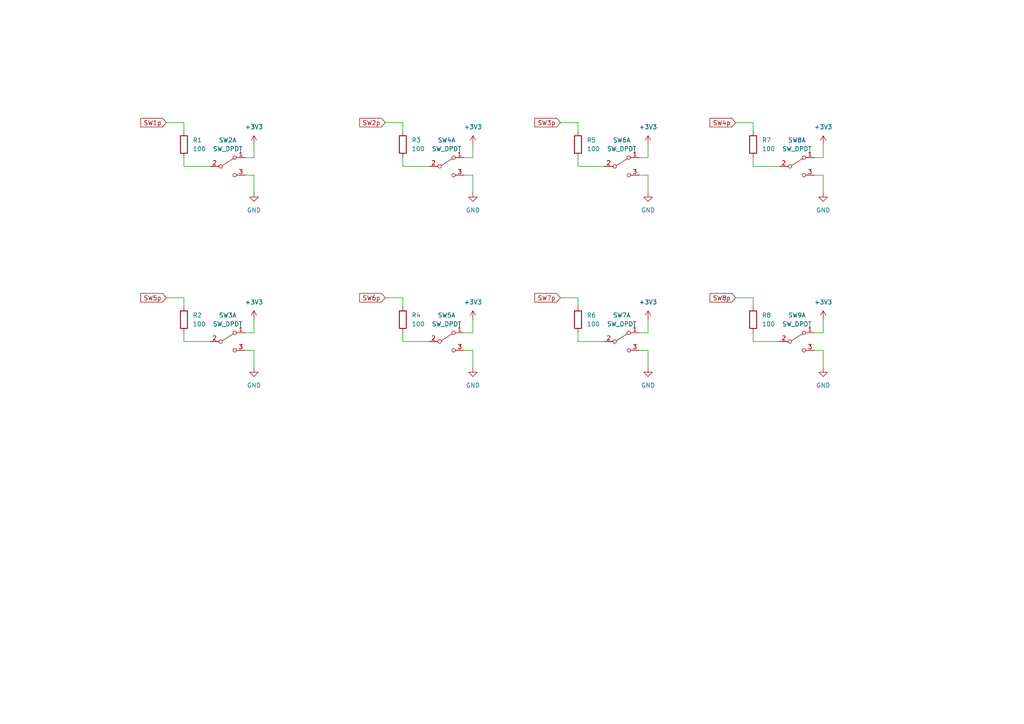
<source format=kicad_sch>
(kicad_sch (version 20211123) (generator eeschema)
  (paper "A4")
  (lib_symbols
    (symbol "Device:R" (pin_numbers hide) (pin_names (offset 0))
      (property "Reference" "R" (at 2.032 0 90))
      (property "Value" "R" (at 0 0 90))
      (symbol "R_0_1"
        (rectangle (start -1.016 -2.54) (end 1.016 2.54) (stroke (width 0.254)))
      )
      (symbol "R_1_1"
        (pin passive line (at 0 3.81 270) (length 1.27) (name "~") (number "1"))
        (pin passive line (at 0 -3.81 90) (length 1.27) (name "~") (number "2"))
      )
    )
    (symbol "Switch:SW_DPDT_x2" (pin_names (offset 0) hide)
      (property "Reference" "SW" (at 0 4.318 0))
      (property "Value" "SW_DPDT_x2" (at 0 -5.08 0))
      (symbol "SW_DPDT_x2_0_0"
        (circle (center -2.032 0) (radius 0.508))
        (circle (center 2.032 -2.54) (radius 0.508))
      )
      (symbol "SW_DPDT_x2_0_1"
        (polyline (pts (xy -1.524 0.254) (xy 1.651 2.286)))
        (circle (center 2.032 2.54) (radius 0.508))
      )
      (symbol "SW_DPDT_x2_1_1"
        (pin passive line (at 5.08 2.54 180) (length 2.54) (name "A") (number "1"))
        (pin passive line (at -5.08 0 0) (length 2.54) (name "B") (number "2"))
        (pin passive line (at 5.08 -2.54 180) (length 2.54) (name "C") (number "3"))
      )
      (symbol "SW_DPDT_x2_2_1"
        (pin passive line (at 5.08 2.54 180) (length 2.54) (name "A") (number "4"))
        (pin passive line (at -5.08 0 0) (length 2.54) (name "B") (number "5"))
        (pin passive line (at 5.08 -2.54 180) (length 2.54) (name "C") (number "6"))
      )
    )
    (symbol "power:+3.3V" (power) (pin_names (offset 0))
      (property "Value" "+3.3V" (at 0 3.556 0))
      (symbol "+3.3V_0_1"
        (polyline (pts (xy -0.762 1.27) (xy 0 2.54)))
        (polyline (pts (xy 0 0) (xy 0 2.54)))
        (polyline (pts (xy 0 2.54) (xy 0.762 1.27)))
      )
      (symbol "+3.3V_1_1"
        (pin power_in line (at 0 0 90) (length 0) hide (name "+3V3") (number "1"))
      )
    )
    (symbol "power:GND" (power) (pin_names (offset 0))
      (property "Value" "GND" (at 0 -3.81 0))
      (symbol "GND_0_1"
        (polyline (pts (xy 0 0) (xy 0 -1.27) (xy 1.27 -1.27) (xy 0 -2.54) (xy -1.27 -1.27) (xy 0 -1.27)))
      )
      (symbol "GND_1_1"
        (pin power_in line (at 0 0 270) (length 0) hide (name "GND") (number "1"))
      )
    )
  )
  (wire (pts (xy 187.96 45.72) (xy 187.96 41.91)))
  (wire (pts (xy 53.34 96.52) (xy 53.34 99.06)))
  (wire (pts (xy 238.76 50.8) (xy 238.76 55.88)))
  (wire (pts (xy 185.42 50.8) (xy 187.96 50.8)))
  (wire (pts (xy 73.66 45.72) (xy 73.66 41.91)))
  (wire (pts (xy 116.84 35.56) (xy 116.84 38.1)))
  (wire (pts (xy 218.44 86.36) (xy 218.44 88.9)))
  (wire (pts (xy 167.64 45.72) (xy 167.64 48.26)))
  (wire (pts (xy 48.26 86.36) (xy 53.34 86.36)))
  (wire (pts (xy 218.44 96.52) (xy 218.44 99.06)))
  (wire (pts (xy 134.62 96.52) (xy 137.16 96.52)))
  (wire (pts (xy 137.16 45.72) (xy 137.16 41.91)))
  (wire (pts (xy 111.76 86.36) (xy 116.84 86.36)))
  (wire (pts (xy 213.36 35.56) (xy 218.44 35.56)))
  (wire (pts (xy 48.26 35.56) (xy 53.34 35.56)))
  (wire (pts (xy 218.44 48.26) (xy 226.06 48.26)))
  (wire (pts (xy 53.34 48.26) (xy 60.96 48.26)))
  (wire (pts (xy 238.76 45.72) (xy 238.76 41.91)))
  (wire (pts (xy 162.56 35.56) (xy 167.64 35.56)))
  (wire (pts (xy 53.34 35.56) (xy 53.34 38.1)))
  (wire (pts (xy 185.42 101.6) (xy 187.96 101.6)))
  (wire (pts (xy 71.12 50.8) (xy 73.66 50.8)))
  (wire (pts (xy 236.22 50.8) (xy 238.76 50.8)))
  (wire (pts (xy 187.96 50.8) (xy 187.96 55.88)))
  (wire (pts (xy 71.12 96.52) (xy 73.66 96.52)))
  (wire (pts (xy 238.76 96.52) (xy 238.76 92.71)))
  (wire (pts (xy 137.16 96.52) (xy 137.16 92.71)))
  (wire (pts (xy 167.64 35.56) (xy 167.64 38.1)))
  (wire (pts (xy 111.76 35.56) (xy 116.84 35.56)))
  (wire (pts (xy 73.66 101.6) (xy 73.66 106.68)))
  (wire (pts (xy 53.34 86.36) (xy 53.34 88.9)))
  (wire (pts (xy 167.64 96.52) (xy 167.64 99.06)))
  (wire (pts (xy 167.64 99.06) (xy 175.26 99.06)))
  (wire (pts (xy 213.36 86.36) (xy 218.44 86.36)))
  (wire (pts (xy 134.62 45.72) (xy 137.16 45.72)))
  (wire (pts (xy 137.16 50.8) (xy 137.16 55.88)))
  (wire (pts (xy 185.42 45.72) (xy 187.96 45.72)))
  (wire (pts (xy 134.62 50.8) (xy 137.16 50.8)))
  (wire (pts (xy 236.22 101.6) (xy 238.76 101.6)))
  (wire (pts (xy 185.42 96.52) (xy 187.96 96.52)))
  (wire (pts (xy 73.66 50.8) (xy 73.66 55.88)))
  (wire (pts (xy 73.66 96.52) (xy 73.66 92.71)))
  (wire (pts (xy 71.12 45.72) (xy 73.66 45.72)))
  (wire (pts (xy 53.34 45.72) (xy 53.34 48.26)))
  (wire (pts (xy 137.16 101.6) (xy 137.16 106.68)))
  (wire (pts (xy 162.56 86.36) (xy 167.64 86.36)))
  (wire (pts (xy 116.84 45.72) (xy 116.84 48.26)))
  (wire (pts (xy 218.44 45.72) (xy 218.44 48.26)))
  (wire (pts (xy 116.84 86.36) (xy 116.84 88.9)))
  (wire (pts (xy 218.44 35.56) (xy 218.44 38.1)))
  (wire (pts (xy 236.22 96.52) (xy 238.76 96.52)))
  (wire (pts (xy 116.84 99.06) (xy 124.46 99.06)))
  (wire (pts (xy 238.76 101.6) (xy 238.76 106.68)))
  (wire (pts (xy 167.64 86.36) (xy 167.64 88.9)))
  (wire (pts (xy 236.22 45.72) (xy 238.76 45.72)))
  (wire (pts (xy 134.62 101.6) (xy 137.16 101.6)))
  (wire (pts (xy 53.34 99.06) (xy 60.96 99.06)))
  (wire (pts (xy 116.84 96.52) (xy 116.84 99.06)))
  (wire (pts (xy 116.84 48.26) (xy 124.46 48.26)))
  (wire (pts (xy 218.44 99.06) (xy 226.06 99.06)))
  (wire (pts (xy 71.12 101.6) (xy 73.66 101.6)))
  (wire (pts (xy 167.64 48.26) (xy 175.26 48.26)))
  (wire (pts (xy 187.96 101.6) (xy 187.96 106.68)))
  (wire (pts (xy 187.96 96.52) (xy 187.96 92.71)))
  (global_label "SW4p" (shape input) (at 213.36 35.56 180) (property "Intersheet References" "${INTERSHEET_REFS}" (effects hide)))
  (global_label "SW7p" (shape input) (at 162.56 86.36 180) (property "Intersheet References" "${INTERSHEET_REFS}" (effects hide)))
  (global_label "SW8p" (shape input) (at 213.36 86.36 180) (property "Intersheet References" "${INTERSHEET_REFS}" (effects hide)))
  (global_label "SW1p" (shape input) (at 48.26 35.56 180) (property "Intersheet References" "${INTERSHEET_REFS}" (effects hide)))
  (global_label "SW5p" (shape input) (at 48.26 86.36 180) (property "Intersheet References" "${INTERSHEET_REFS}" (effects hide)))
  (global_label "SW6p" (shape input) (at 111.76 86.36 180) (property "Intersheet References" "${INTERSHEET_REFS}" (effects hide)))
  (global_label "SW3p" (shape input) (at 162.56 35.56 180) (property "Intersheet References" "${INTERSHEET_REFS}" (effects hide)))
  (global_label "SW2p" (shape input) (at 111.76 35.56 180) (property "Intersheet References" "${INTERSHEET_REFS}" (effects hide)))
  (symbol (lib_id "Device:R") (at 116.84 92.71 0) (unit 1)
    (property "Reference" "R4" (at 119.38 91.4399 0) (effects (justify left)))
    (property "Value" "100" (at 119.38 93.9799 0) (effects (justify left)))
    (property "Footprint" "Resistor_SMD:R_0805_2012Metric_Pad1.20x1.40mm_HandSolder" (effects hide))
  )
  (symbol (lib_id "Device:R") (at 167.64 92.71 0) (unit 1)
    (property "Reference" "R6" (at 170.18 91.4399 0) (effects (justify left)))
    (property "Value" "100" (at 170.18 93.9799 0) (effects (justify left)))
    (property "Footprint" "Resistor_SMD:R_0805_2012Metric_Pad1.20x1.40mm_HandSolder" (effects hide))
  )
  (symbol (lib_id "power:GND") (at 187.96 106.68 0) (unit 1)
    (property "Reference" "#PWR0141" (effects hide))
    (property "Value" "GND" (at 187.96 111.76 0))
  )
  (symbol (lib_id "Switch:SW_DPDT_x2") (at 180.34 99.06 0) (unit 1)
    (property "Reference" "SW7" (at 180.34 91.44 0))
    (property "Value" "SW_DPDT" (at 180.34 93.98 0))
    (property "Footprint" "Connector_PinSocket_2.54mm:PinSocket_1x03_P2.54mm_Vertical" (effects hide))
  )
  (symbol (lib_id "power:GND") (at 238.76 55.88 0) (unit 1)
    (property "Reference" "#PWR0134" (effects hide))
    (property "Value" "GND" (at 238.76 60.96 0))
  )
  (symbol (lib_id "power:+3.3V") (at 73.66 92.71 0) (unit 1)
    (property "Reference" "#PWR0147" (effects hide))
    (property "Value" "+3.3V" (at 73.66 87.63 0))
  )
  (symbol (lib_id "power:+3.3V") (at 137.16 92.71 0) (unit 1)
    (property "Reference" "#PWR0139" (effects hide))
    (property "Value" "+3.3V" (at 137.16 87.63 0))
  )
  (symbol (lib_id "Device:R") (at 218.44 41.91 0) (unit 1)
    (property "Reference" "R7" (at 220.98 40.6399 0) (effects (justify left)))
    (property "Value" "100" (at 220.98 43.1799 0) (effects (justify left)))
    (property "Footprint" "Resistor_SMD:R_0805_2012Metric_Pad1.20x1.40mm_HandSolder" (effects hide))
  )
  (symbol (lib_id "power:GND") (at 137.16 106.68 0) (unit 1)
    (property "Reference" "#PWR0140" (effects hide))
    (property "Value" "GND" (at 137.16 111.76 0))
  )
  (symbol (lib_id "power:GND") (at 73.66 55.88 0) (unit 1)
    (property "Reference" "#PWR0146" (effects hide))
    (property "Value" "GND" (at 73.66 60.96 0))
  )
  (symbol (lib_id "Device:R") (at 53.34 92.71 0) (unit 1)
    (property "Reference" "R2" (at 55.88 91.4399 0) (effects (justify left)))
    (property "Value" "100" (at 55.88 93.9799 0) (effects (justify left)))
    (property "Footprint" "Resistor_SMD:R_0805_2012Metric_Pad1.20x1.40mm_HandSolder" (effects hide))
  )
  (symbol (lib_id "power:+3.3V") (at 137.16 41.91 0) (unit 1)
    (property "Reference" "#PWR0138" (effects hide))
    (property "Value" "+3.3V" (at 137.16 36.83 0))
  )
  (symbol (lib_id "Switch:SW_DPDT_x2") (at 129.54 48.26 0) (unit 1)
    (property "Reference" "SW4" (at 129.54 40.64 0))
    (property "Value" "SW_DPDT" (at 129.54 43.18 0))
    (property "Footprint" "Connector_PinSocket_2.54mm:PinSocket_1x03_P2.54mm_Vertical" (effects hide))
  )
  (symbol (lib_id "power:+3.3V") (at 187.96 92.71 0) (unit 1)
    (property "Reference" "#PWR0142" (effects hide))
    (property "Value" "+3.3V" (at 187.96 87.63 0))
  )
  (symbol (lib_id "Switch:SW_DPDT_x2") (at 231.14 48.26 0) (unit 1)
    (property "Reference" "SW8" (at 231.14 40.64 0))
    (property "Value" "SW_DPDT" (at 231.14 43.18 0))
    (property "Footprint" "Connector_PinSocket_2.54mm:PinSocket_1x03_P2.54mm_Vertical" (effects hide))
  )
  (symbol (lib_id "power:+3.3V") (at 238.76 92.71 0) (unit 1)
    (property "Reference" "#PWR0143" (effects hide))
    (property "Value" "+3.3V" (at 238.76 87.63 0))
  )
  (symbol (lib_id "Switch:SW_DPDT_x2") (at 180.34 48.26 0) (unit 1)
    (property "Reference" "SW6" (at 180.34 40.64 0))
    (property "Value" "SW_DPDT" (at 180.34 43.18 0))
    (property "Footprint" "Connector_PinSocket_2.54mm:PinSocket_1x03_P2.54mm_Vertical" (effects hide))
  )
  (symbol (lib_id "power:GND") (at 73.66 106.68 0) (unit 1)
    (property "Reference" "#PWR0148" (effects hide))
    (property "Value" "GND" (at 73.66 111.76 0))
  )
  (symbol (lib_id "power:GND") (at 187.96 55.88 0) (unit 1)
    (property "Reference" "#PWR0136" (effects hide))
    (property "Value" "GND" (at 187.96 60.96 0))
  )
  (symbol (lib_id "Device:R") (at 218.44 92.71 0) (unit 1)
    (property "Reference" "R8" (at 220.98 91.4399 0) (effects (justify left)))
    (property "Value" "100" (at 220.98 93.9799 0) (effects (justify left)))
    (property "Footprint" "Resistor_SMD:R_0805_2012Metric_Pad1.20x1.40mm_HandSolder" (effects hide))
  )
  (symbol (lib_id "Device:R") (at 53.34 41.91 0) (unit 1)
    (property "Reference" "R1" (at 55.88 40.6399 0) (effects (justify left)))
    (property "Value" "100" (at 55.88 43.1799 0) (effects (justify left)))
    (property "Footprint" "Resistor_SMD:R_0805_2012Metric_Pad1.20x1.40mm_HandSolder" (effects hide))
  )
  (symbol (lib_id "Switch:SW_DPDT_x2") (at 129.54 99.06 0) (unit 1)
    (property "Reference" "SW5" (at 129.54 91.44 0))
    (property "Value" "SW_DPDT" (at 129.54 93.98 0))
    (property "Footprint" "Connector_PinSocket_2.54mm:PinSocket_1x03_P2.54mm_Vertical" (effects hide))
  )
  (symbol (lib_id "power:GND") (at 137.16 55.88 0) (unit 1)
    (property "Reference" "#PWR0137" (effects hide))
    (property "Value" "GND" (at 137.16 60.96 0))
  )
  (symbol (lib_id "power:+3.3V") (at 73.66 41.91 0) (unit 1)
    (property "Reference" "#PWR0145" (effects hide))
    (property "Value" "+3.3V" (at 73.66 36.83 0))
  )
  (symbol (lib_id "Switch:SW_DPDT_x2") (at 231.14 99.06 0) (unit 1)
    (property "Reference" "SW9" (at 231.14 91.44 0))
    (property "Value" "SW_DPDT" (at 231.14 93.98 0))
    (property "Footprint" "Connector_PinSocket_2.54mm:PinSocket_1x03_P2.54mm_Vertical" (effects hide))
  )
  (symbol (lib_id "power:+3.3V") (at 187.96 41.91 0) (unit 1)
    (property "Reference" "#PWR0135" (effects hide))
    (property "Value" "+3.3V" (at 187.96 36.83 0))
  )
  (symbol (lib_id "Switch:SW_DPDT_x2") (at 66.04 99.06 0) (unit 1)
    (property "Reference" "SW3" (at 66.04 91.44 0))
    (property "Value" "SW_DPDT" (at 66.04 93.98 0))
    (property "Footprint" "Connector_PinSocket_2.54mm:PinSocket_1x03_P2.54mm_Vertical" (effects hide))
  )
  (symbol (lib_id "Switch:SW_DPDT_x2") (at 66.04 48.26 0) (unit 1)
    (property "Reference" "SW2" (at 66.04 40.64 0))
    (property "Value" "SW_DPDT" (at 66.04 43.18 0))
    (property "Footprint" "Connector_PinSocket_2.54mm:PinSocket_1x03_P2.54mm_Vertical" (effects hide))
  )
  (symbol (lib_id "power:+3.3V") (at 238.76 41.91 0) (unit 1)
    (property "Reference" "#PWR0133" (effects hide))
    (property "Value" "+3.3V" (at 238.76 36.83 0))
  )
  (symbol (lib_id "Device:R") (at 167.64 41.91 0) (unit 1)
    (property "Reference" "R5" (at 170.18 40.6399 0) (effects (justify left)))
    (property "Value" "100" (at 170.18 43.1799 0) (effects (justify left)))
    (property "Footprint" "Resistor_SMD:R_0805_2012Metric_Pad1.20x1.40mm_HandSolder" (effects hide))
  )
  (symbol (lib_id "power:GND") (at 238.76 106.68 0) (unit 1)
    (property "Reference" "#PWR0144" (effects hide))
    (property "Value" "GND" (at 238.76 111.76 0))
  )
  (symbol (lib_id "Device:R") (at 116.84 41.91 0) (unit 1)
    (property "Reference" "R3" (at 119.38 40.6399 0) (effects (justify left)))
    (property "Value" "100" (at 119.38 43.1799 0) (effects (justify left)))
    (property "Footprint" "Resistor_SMD:R_0805_2012Metric_Pad1.20x1.40mm_HandSolder" (effects hide))
  )
)
</source>
